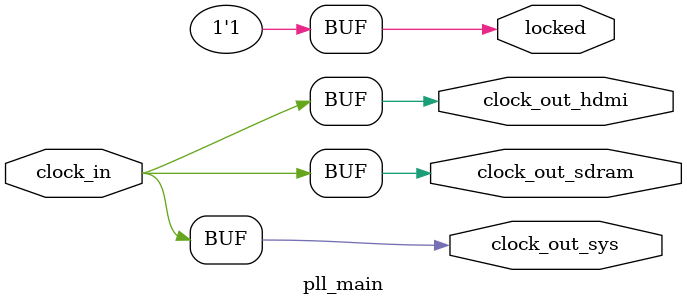
<source format=v>
module pll_main (
    input  wire clock_in,
    output wire clock_out_sys,
    output wire clock_out_sdram, 
    output wire clock_out_hdmi,
    output wire locked
);
    // Заглушка для линтинга
    assign clock_out_sys = clock_in;
    assign clock_out_sdram = clock_in;
    assign clock_out_hdmi = clock_in;
    assign locked = 1'b1;
endmodule

</source>
